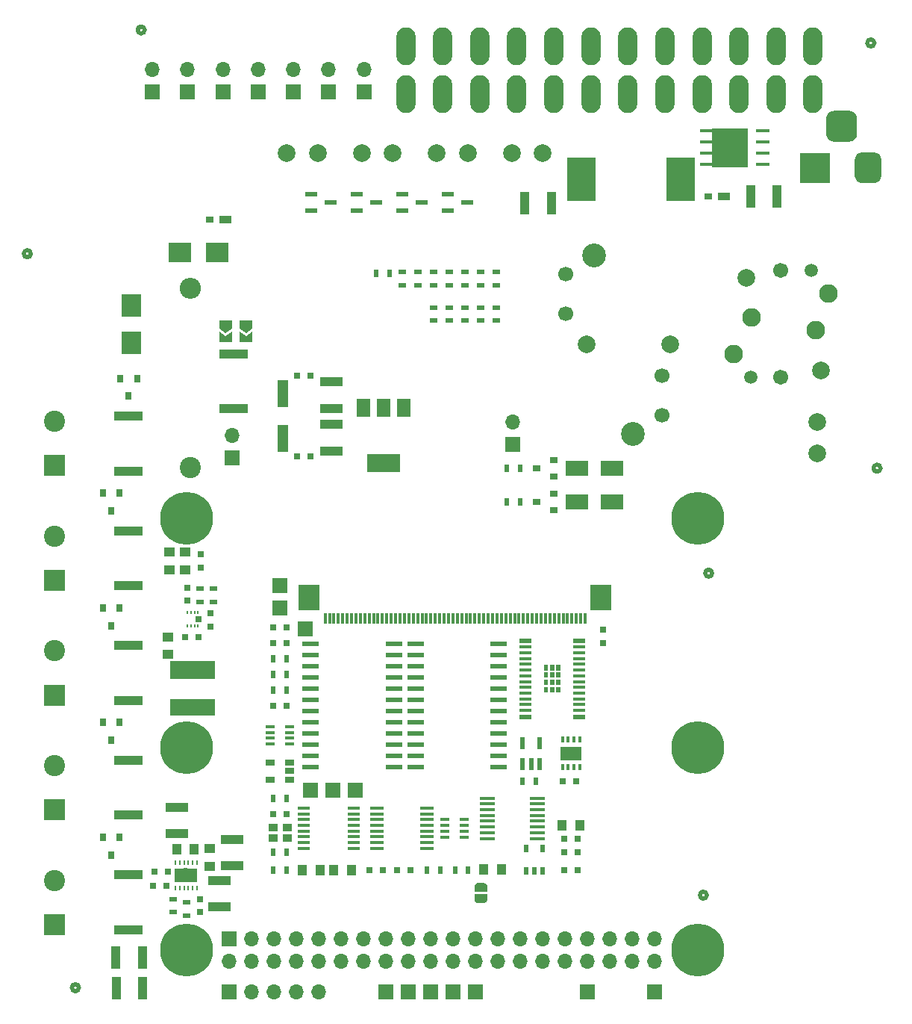
<source format=gts>
G04 #@! TF.GenerationSoftware,KiCad,Pcbnew,(5.1.6-0-10_14)*
G04 #@! TF.CreationDate,2021-12-04T22:46:38+09:00*
G04 #@! TF.ProjectId,qPCR-main,71504352-2d6d-4616-996e-2e6b69636164,rev?*
G04 #@! TF.SameCoordinates,Original*
G04 #@! TF.FileFunction,Soldermask,Top*
G04 #@! TF.FilePolarity,Negative*
%FSLAX46Y46*%
G04 Gerber Fmt 4.6, Leading zero omitted, Abs format (unit mm)*
G04 Created by KiCad (PCBNEW (5.1.6-0-10_14)) date 2021-12-04 22:46:38*
%MOMM*%
%LPD*%
G01*
G04 APERTURE LIST*
%ADD10C,0.475000*%
%ADD11C,0.100000*%
%ADD12C,2.108200*%
%ADD13C,1.498600*%
%ADD14C,1.701800*%
%ADD15C,2.006600*%
%ADD16R,1.397000X0.889000*%
%ADD17R,0.863600X0.762000*%
%ADD18R,1.320800X0.558800*%
%ADD19R,1.676400X0.355600*%
%ADD20R,0.800000X0.750000*%
%ADD21R,1.350000X0.600000*%
%ADD22R,1.350000X0.400000*%
%ADD23R,3.200000X1.000000*%
%ADD24R,0.800000X0.900000*%
%ADD25R,0.750000X0.800000*%
%ADD26R,2.500000X1.000000*%
%ADD27R,1.000000X1.250000*%
%ADD28R,1.250000X1.000000*%
%ADD29R,2.500000X2.300000*%
%ADD30R,2.300000X2.500000*%
%ADD31R,0.711200X0.678200*%
%ADD32R,0.200000X0.457200*%
%ADD33R,0.249999X0.499999*%
%ADD34R,2.500000X1.500000*%
%ADD35C,0.600000*%
%ADD36R,1.000000X2.500000*%
%ADD37R,1.700000X1.700000*%
%ADD38O,1.700000X1.700000*%
%ADD39R,0.900000X0.500000*%
%ADD40C,2.400000*%
%ADD41O,2.400000X2.400000*%
%ADD42R,0.500000X0.900000*%
%ADD43R,2.400000X2.400000*%
%ADD44R,5.100000X2.100000*%
%ADD45R,5.100000X1.900000*%
%ADD46R,1.570000X0.410000*%
%ADD47R,1.473200X0.355600*%
%ADD48R,1.000000X0.900000*%
%ADD49C,2.000000*%
%ADD50R,3.500000X3.500000*%
%ADD51R,1.060000X0.650000*%
%ADD52R,1.060000X0.400000*%
%ADD53R,1.500000X2.000000*%
%ADD54R,3.800000X2.000000*%
%ADD55R,2.400000X3.000000*%
%ADD56R,0.300000X1.250000*%
%ADD57R,0.508000X0.825500*%
%ADD58R,1.219200X3.098800*%
%ADD59R,0.558800X1.473200*%
%ADD60R,2.500000X1.800000*%
%ADD61C,1.700000*%
%ADD62C,2.700000*%
%ADD63R,0.900000X0.800000*%
%ADD64R,2.400000X1.500000*%
%ADD65R,0.350000X0.650000*%
%ADD66R,1.879600X0.558800*%
%ADD67O,2.201600X4.301600*%
%ADD68R,1.516000X0.457200*%
%ADD69R,3.250000X5.000000*%
%ADD70C,6.000000*%
G04 APERTURE END LIST*
D10*
X159540000Y-137010000D02*
G75*
G03*
X159540000Y-137010000I-400000J0D01*
G01*
X160140000Y-100510000D02*
G75*
G03*
X160140000Y-100510000I-400000J0D01*
G01*
X179240000Y-88610000D02*
G75*
G03*
X179240000Y-88610000I-400000J0D01*
G01*
X178540000Y-40410000D02*
G75*
G03*
X178540000Y-40410000I-400000J0D01*
G01*
X82850000Y-64300000D02*
G75*
G03*
X82850000Y-64300000I-400000J0D01*
G01*
X88300000Y-147500000D02*
G75*
G03*
X88300000Y-147500000I-400000J0D01*
G01*
X95760000Y-38930000D02*
G75*
G03*
X95760000Y-38930000I-400000J0D01*
G01*
D11*
G36*
X142233532Y-111750000D02*
G01*
X142233532Y-112350000D01*
X141733532Y-112350000D01*
X141733532Y-111750000D01*
X142233532Y-111750000D01*
G37*
G36*
X141533532Y-111750000D02*
G01*
X141533532Y-112350000D01*
X141033532Y-112350000D01*
X141033532Y-111750000D01*
X141533532Y-111750000D01*
G37*
G36*
X142933532Y-111750000D02*
G01*
X142933532Y-112350000D01*
X142433532Y-112350000D01*
X142433532Y-111750000D01*
X142933532Y-111750000D01*
G37*
G36*
X141533532Y-110930000D02*
G01*
X141533532Y-111530000D01*
X141033532Y-111530000D01*
X141033532Y-110930000D01*
X141533532Y-110930000D01*
G37*
G36*
X142933532Y-110930000D02*
G01*
X142933532Y-111530000D01*
X142433532Y-111530000D01*
X142433532Y-110930000D01*
X142933532Y-110930000D01*
G37*
G36*
X142233532Y-110930000D02*
G01*
X142233532Y-111530000D01*
X141733532Y-111530000D01*
X141733532Y-110930000D01*
X142233532Y-110930000D01*
G37*
G36*
X142233532Y-112570000D02*
G01*
X142233532Y-113170000D01*
X141733532Y-113170000D01*
X141733532Y-112570000D01*
X142233532Y-112570000D01*
G37*
G36*
X141533532Y-112570000D02*
G01*
X141533532Y-113170000D01*
X141033532Y-113170000D01*
X141033532Y-112570000D01*
X141533532Y-112570000D01*
G37*
G36*
X142933532Y-112570000D02*
G01*
X142933532Y-113170000D01*
X142433532Y-113170000D01*
X142433532Y-112570000D01*
X142933532Y-112570000D01*
G37*
G36*
X141533532Y-113390000D02*
G01*
X141533532Y-113990000D01*
X141033532Y-113990000D01*
X141033532Y-113390000D01*
X141533532Y-113390000D01*
G37*
G36*
X142933532Y-113390000D02*
G01*
X142933532Y-113990000D01*
X142433532Y-113990000D01*
X142433532Y-113390000D01*
X142933532Y-113390000D01*
G37*
G36*
X142233532Y-113390000D02*
G01*
X142233532Y-113990000D01*
X141733532Y-113990000D01*
X141733532Y-113390000D01*
X142233532Y-113390000D01*
G37*
G36*
X160114600Y-54429000D02*
G01*
X164102400Y-54429000D01*
X164102400Y-50111000D01*
X160114600Y-50111000D01*
X160114600Y-54429000D01*
G37*
X160114600Y-54429000D02*
X164102400Y-54429000D01*
X164102400Y-50111000D01*
X160114600Y-50111000D01*
X160114600Y-54429000D01*
D12*
X173290000Y-68850000D03*
D13*
X171340000Y-66200000D03*
D14*
X167940000Y-66200000D03*
D15*
X163990000Y-67000000D03*
D12*
X164590000Y-71500000D03*
X162590000Y-75650000D03*
D13*
X164540000Y-78300000D03*
D14*
X167940000Y-78300000D03*
D15*
X172490000Y-77500000D03*
D12*
X171890000Y-73000000D03*
D16*
X104879300Y-60420000D03*
D17*
X103114000Y-60420000D03*
D18*
X116852200Y-58500000D03*
X114667800Y-59439800D03*
X114667800Y-57560200D03*
X122017200Y-58500000D03*
X119832800Y-59439800D03*
X119832800Y-57560200D03*
X130162800Y-57560200D03*
X130162800Y-59439800D03*
X132347200Y-58500000D03*
X124997800Y-57560200D03*
X124997800Y-59439800D03*
X127182200Y-58500000D03*
D19*
X140299400Y-126025001D03*
X140299400Y-126675002D03*
X140299400Y-127325001D03*
X140299400Y-127975002D03*
X140299400Y-128625001D03*
X140299400Y-129274999D03*
X140299400Y-129925001D03*
X140299400Y-130574999D03*
X134660600Y-130574999D03*
X134660600Y-129924998D03*
X134660600Y-129274999D03*
X134660600Y-128624998D03*
X134660600Y-127974999D03*
X134660600Y-127325001D03*
X134660600Y-126674999D03*
X134660600Y-126025001D03*
D20*
X111870000Y-108410000D03*
X110370000Y-108410000D03*
D21*
X145033532Y-108145000D03*
X138933532Y-108145000D03*
D22*
X145033532Y-108895000D03*
X138933532Y-108895000D03*
X145033532Y-109545000D03*
X138933532Y-109545000D03*
X145033532Y-110195000D03*
X138933532Y-110195000D03*
X145033532Y-110845000D03*
X138933532Y-110845000D03*
X145033532Y-111495000D03*
X138933532Y-111495000D03*
X145033532Y-112145000D03*
X138933532Y-112145000D03*
X145033532Y-112795000D03*
X138933532Y-112795000D03*
X145033532Y-113445000D03*
X138933532Y-113445000D03*
X145033532Y-114095000D03*
X138933532Y-114095000D03*
X145033532Y-114745000D03*
X138933532Y-114745000D03*
X145033532Y-115395000D03*
X138933532Y-115395000D03*
X145033532Y-116045000D03*
X138933532Y-116045000D03*
D21*
X145033532Y-116795000D03*
X138933532Y-116795000D03*
D23*
X93936000Y-82720000D03*
X93936000Y-88920000D03*
D24*
X92926000Y-91450000D03*
X91026000Y-91450000D03*
X91976000Y-93450000D03*
D25*
X102010000Y-137450000D03*
X102010000Y-138950000D03*
D20*
X96890000Y-134310000D03*
X98390000Y-134310000D03*
D26*
X104240000Y-135350000D03*
X104240000Y-138350000D03*
D27*
X101380000Y-131830000D03*
X99380000Y-131830000D03*
D20*
X98220000Y-135930000D03*
X96720000Y-135930000D03*
D26*
X105710000Y-130660000D03*
X105710000Y-133660000D03*
D28*
X103140000Y-131720000D03*
X103140000Y-133720000D03*
D29*
X104020000Y-64130000D03*
X99720000Y-64130000D03*
D30*
X94270000Y-70140000D03*
X94270000Y-74440000D03*
D31*
X101858000Y-105700000D03*
D32*
X100610001Y-104925000D03*
X101010000Y-104925000D03*
X101410000Y-104925000D03*
X101809999Y-104925000D03*
X101809999Y-106475000D03*
X101410000Y-106475000D03*
X101010000Y-106475000D03*
X100610001Y-106475000D03*
D33*
X99220000Y-136220000D03*
X99719999Y-136220000D03*
X100220000Y-136220000D03*
X100720000Y-136220000D03*
X101220001Y-136220000D03*
X101720000Y-136220000D03*
X101720000Y-133320000D03*
X101220001Y-133320000D03*
X100720000Y-133320000D03*
X100220000Y-133320000D03*
X99719999Y-133320000D03*
X99220000Y-133320000D03*
D34*
X100470000Y-134770000D03*
D35*
X99469999Y-134770000D03*
X100470000Y-134170000D03*
X101470001Y-134770000D03*
X100470000Y-135269999D03*
D20*
X100360000Y-107770000D03*
X101860000Y-107770000D03*
D28*
X98390000Y-109720000D03*
X98390000Y-107720000D03*
D36*
X95510000Y-144040000D03*
X92510000Y-144040000D03*
D25*
X103260000Y-106540000D03*
X103260000Y-105040000D03*
D37*
X105370000Y-148000000D03*
D38*
X107910000Y-148000000D03*
X110450000Y-148000000D03*
X112990000Y-148000000D03*
X115530000Y-148000000D03*
D24*
X91976000Y-106450000D03*
X91026000Y-104450000D03*
X92926000Y-104450000D03*
X93936000Y-80450000D03*
X92986000Y-78450000D03*
X94886000Y-78450000D03*
X91976000Y-132450000D03*
X91026000Y-130450000D03*
X92926000Y-130450000D03*
X92926000Y-117450000D03*
X91026000Y-117450000D03*
X91976000Y-119450000D03*
D26*
X99400000Y-127040000D03*
X99400000Y-130040000D03*
D23*
X93936000Y-101920000D03*
X93936000Y-95720000D03*
D39*
X102020000Y-103780000D03*
X102020000Y-102280000D03*
X103570000Y-102270000D03*
X103570000Y-103770000D03*
X98980000Y-137450000D03*
X98980000Y-138950000D03*
D23*
X93936000Y-134720000D03*
X93936000Y-140920000D03*
X93936000Y-127920000D03*
X93936000Y-121720000D03*
X93936000Y-108720000D03*
X93936000Y-114920000D03*
D39*
X100540000Y-139350000D03*
X100540000Y-137850000D03*
D40*
X100950000Y-88510000D03*
D41*
X100950000Y-68190000D03*
D23*
X105820000Y-81860000D03*
X105820000Y-75660000D03*
D11*
G36*
X104960000Y-73325000D02*
G01*
X104210000Y-72825000D01*
X104210000Y-71825000D01*
X105710000Y-71825000D01*
X105710000Y-72825000D01*
X104960000Y-73325000D01*
G37*
G36*
X104210000Y-74275000D02*
G01*
X104210000Y-73125000D01*
X104960000Y-73625000D01*
X105710000Y-73125000D01*
X105710000Y-74275000D01*
X104210000Y-74275000D01*
G37*
G36*
X106500000Y-74275000D02*
G01*
X106500000Y-73125000D01*
X107250000Y-73625000D01*
X108000000Y-73125000D01*
X108000000Y-74275000D01*
X106500000Y-74275000D01*
G37*
G36*
X107250000Y-73325000D02*
G01*
X106500000Y-72825000D01*
X106500000Y-71825000D01*
X108000000Y-71825000D01*
X108000000Y-72825000D01*
X107250000Y-73325000D01*
G37*
D37*
X114556000Y-125110000D03*
X105700000Y-87440000D03*
D38*
X105700000Y-84900000D03*
D42*
X110370000Y-134198000D03*
X111870000Y-134198000D03*
D27*
X119232000Y-134198000D03*
X117232000Y-134198000D03*
D38*
X96625490Y-43410000D03*
D37*
X96625490Y-45950000D03*
X112625490Y-45950000D03*
D38*
X112625490Y-43410000D03*
D37*
X108625490Y-45950000D03*
D38*
X108625490Y-43410000D03*
X104625490Y-43410000D03*
D37*
X104625490Y-45950000D03*
D38*
X100625490Y-43410000D03*
D37*
X100625490Y-45950000D03*
D43*
X85546000Y-88320000D03*
D40*
X85546000Y-83320000D03*
X85546000Y-96320000D03*
D43*
X85546000Y-101320000D03*
X85546000Y-114320000D03*
D40*
X85546000Y-109320000D03*
D43*
X85546000Y-127320000D03*
D40*
X85546000Y-122320000D03*
X85546000Y-135320000D03*
D43*
X85546000Y-140320000D03*
D44*
X101210000Y-111520000D03*
D45*
X101210000Y-115720000D03*
D27*
X115676000Y-134198000D03*
X113676000Y-134198000D03*
D25*
X102108000Y-99850000D03*
X102108000Y-98350000D03*
D28*
X100330000Y-98100000D03*
X100330000Y-100100000D03*
D25*
X100570000Y-102130000D03*
X100570000Y-103630000D03*
D36*
X92530000Y-147530000D03*
X95530000Y-147530000D03*
D28*
X98552000Y-98100000D03*
X98552000Y-100100000D03*
D46*
X127810000Y-127155000D03*
X127810000Y-127805000D03*
X127810000Y-128455000D03*
X127810000Y-129105000D03*
X127810000Y-129755000D03*
X127810000Y-130405000D03*
X127810000Y-131055000D03*
X127810000Y-131705000D03*
X122070000Y-131705000D03*
X122070000Y-131055000D03*
X122070000Y-130405000D03*
X122070000Y-129755000D03*
X122070000Y-129105000D03*
X122070000Y-128455000D03*
X122070000Y-127805000D03*
X122070000Y-127155000D03*
D47*
X119479400Y-127155001D03*
X119479400Y-127805002D03*
X119479400Y-128455001D03*
X119479400Y-129105002D03*
X119479400Y-129755001D03*
X119479400Y-130404999D03*
X119479400Y-131055001D03*
X119479400Y-131704999D03*
X113840600Y-131704999D03*
X113840600Y-131054998D03*
X113840600Y-130404999D03*
X113840600Y-129754998D03*
X113840600Y-129104999D03*
X113840600Y-128455001D03*
X113840600Y-127804999D03*
X113840600Y-127155001D03*
D42*
X110370000Y-132166000D03*
X111870000Y-132166000D03*
D20*
X110370000Y-127848000D03*
X111870000Y-127848000D03*
D48*
X110307500Y-130552500D03*
X111932500Y-130552500D03*
X111932500Y-129327500D03*
X110307500Y-129327500D03*
D49*
X120400000Y-52930000D03*
X123900000Y-52930000D03*
X140900000Y-52930000D03*
X137400000Y-52930000D03*
X128900000Y-52930000D03*
X132400000Y-52930000D03*
G36*
G01*
X176579000Y-48976200D02*
X176579000Y-50726200D01*
G75*
G02*
X175704000Y-51601200I-875000J0D01*
G01*
X173954000Y-51601200D01*
G75*
G02*
X173079000Y-50726200I0J875000D01*
G01*
X173079000Y-48976200D01*
G75*
G02*
X173954000Y-48101200I875000J0D01*
G01*
X175704000Y-48101200D01*
G75*
G02*
X176579000Y-48976200I0J-875000D01*
G01*
G37*
G36*
G01*
X179329000Y-53551200D02*
X179329000Y-55551200D01*
G75*
G02*
X178579000Y-56301200I-750000J0D01*
G01*
X177079000Y-56301200D01*
G75*
G02*
X176329000Y-55551200I0J750000D01*
G01*
X176329000Y-53551200D01*
G75*
G02*
X177079000Y-52801200I750000J0D01*
G01*
X178579000Y-52801200D01*
G75*
G02*
X179329000Y-53551200I0J-750000D01*
G01*
G37*
D50*
X171829000Y-54551200D03*
D37*
X123150000Y-148000000D03*
X125690000Y-148000000D03*
X128230000Y-148000000D03*
X130770000Y-148000000D03*
X133310000Y-148000000D03*
X146010000Y-148000000D03*
X153630000Y-148000000D03*
D11*
G36*
X133160602Y-136120000D02*
G01*
X133160602Y-136095466D01*
X133165412Y-136046635D01*
X133174984Y-135998510D01*
X133189228Y-135951555D01*
X133208005Y-135906222D01*
X133231136Y-135862949D01*
X133258396Y-135822150D01*
X133289524Y-135784221D01*
X133324221Y-135749524D01*
X133362150Y-135718396D01*
X133402949Y-135691136D01*
X133446222Y-135668005D01*
X133491555Y-135649228D01*
X133538510Y-135634984D01*
X133586635Y-135625412D01*
X133635466Y-135620602D01*
X133660000Y-135620602D01*
X133660000Y-135620000D01*
X134160000Y-135620000D01*
X134160000Y-135620602D01*
X134184534Y-135620602D01*
X134233365Y-135625412D01*
X134281490Y-135634984D01*
X134328445Y-135649228D01*
X134373778Y-135668005D01*
X134417051Y-135691136D01*
X134457850Y-135718396D01*
X134495779Y-135749524D01*
X134530476Y-135784221D01*
X134561604Y-135822150D01*
X134588864Y-135862949D01*
X134611995Y-135906222D01*
X134630772Y-135951555D01*
X134645016Y-135998510D01*
X134654588Y-136046635D01*
X134659398Y-136095466D01*
X134659398Y-136120000D01*
X134660000Y-136120000D01*
X134660000Y-136620000D01*
X133160000Y-136620000D01*
X133160000Y-136120000D01*
X133160602Y-136120000D01*
G37*
G36*
X134660000Y-136920000D02*
G01*
X134660000Y-137420000D01*
X134659398Y-137420000D01*
X134659398Y-137444534D01*
X134654588Y-137493365D01*
X134645016Y-137541490D01*
X134630772Y-137588445D01*
X134611995Y-137633778D01*
X134588864Y-137677051D01*
X134561604Y-137717850D01*
X134530476Y-137755779D01*
X134495779Y-137790476D01*
X134457850Y-137821604D01*
X134417051Y-137848864D01*
X134373778Y-137871995D01*
X134328445Y-137890772D01*
X134281490Y-137905016D01*
X134233365Y-137914588D01*
X134184534Y-137919398D01*
X134160000Y-137919398D01*
X134160000Y-137920000D01*
X133660000Y-137920000D01*
X133660000Y-137919398D01*
X133635466Y-137919398D01*
X133586635Y-137914588D01*
X133538510Y-137905016D01*
X133491555Y-137890772D01*
X133446222Y-137871995D01*
X133402949Y-137848864D01*
X133362150Y-137821604D01*
X133324221Y-137790476D01*
X133289524Y-137755779D01*
X133258396Y-137717850D01*
X133231136Y-137677051D01*
X133208005Y-137633778D01*
X133189228Y-137588445D01*
X133174984Y-137541490D01*
X133165412Y-137493365D01*
X133160602Y-137444534D01*
X133160602Y-137420000D01*
X133160000Y-137420000D01*
X133160000Y-136920000D01*
X134660000Y-136920000D01*
G37*
D37*
X120625490Y-45950000D03*
D38*
X120625490Y-43410000D03*
D37*
X116625490Y-45950000D03*
D38*
X116625490Y-43410000D03*
D51*
X110020000Y-123890000D03*
X110020000Y-121990000D03*
X112220000Y-121990000D03*
X112220000Y-122940000D03*
X112220000Y-123890000D03*
D52*
X110020000Y-117910000D03*
X110020000Y-118560000D03*
X110020000Y-119220000D03*
X110020000Y-119870000D03*
X112220000Y-119870000D03*
X112220000Y-119220000D03*
X112220000Y-118560000D03*
X112220000Y-117910000D03*
X129780000Y-130410000D03*
X129780000Y-129760000D03*
X129780000Y-129100000D03*
X129780000Y-128450000D03*
X131980000Y-128450000D03*
X131980000Y-129100000D03*
X131980000Y-129760000D03*
X131980000Y-130410000D03*
D53*
X125140000Y-81750000D03*
X120540000Y-81750000D03*
X122840000Y-81750000D03*
D54*
X122840000Y-88050000D03*
D55*
X114430000Y-103285000D03*
X147530000Y-103285000D03*
D56*
X116230000Y-105610000D03*
X116730000Y-105610000D03*
X117230000Y-105610000D03*
X117730000Y-105610000D03*
X118230000Y-105610000D03*
X118730000Y-105610000D03*
X119230000Y-105610000D03*
X119730000Y-105610000D03*
X120230000Y-105610000D03*
X120730000Y-105610000D03*
X121230000Y-105610000D03*
X121730000Y-105610000D03*
X122230000Y-105610000D03*
X122730000Y-105610000D03*
X123230000Y-105610000D03*
X123730000Y-105610000D03*
X124230000Y-105610000D03*
X124730000Y-105610000D03*
X125230000Y-105610000D03*
X125730000Y-105610000D03*
X126230000Y-105610000D03*
X126730000Y-105610000D03*
X127230000Y-105610000D03*
X127730000Y-105610000D03*
X128230000Y-105610000D03*
X128730000Y-105610000D03*
X129230000Y-105610000D03*
X129730000Y-105610000D03*
X130230000Y-105610000D03*
X130730000Y-105610000D03*
X131230000Y-105610000D03*
X131730000Y-105610000D03*
X132230000Y-105610000D03*
X132730000Y-105610000D03*
X133230000Y-105610000D03*
X133730000Y-105610000D03*
X134230000Y-105610000D03*
X134730000Y-105610000D03*
X135230000Y-105610000D03*
X135730000Y-105610000D03*
X136230000Y-105610000D03*
X136730000Y-105610000D03*
X137230000Y-105610000D03*
X137730000Y-105610000D03*
X138230000Y-105610000D03*
X138730000Y-105610000D03*
X139230000Y-105610000D03*
X139730000Y-105610000D03*
X140230000Y-105610000D03*
X140730000Y-105610000D03*
X141230000Y-105610000D03*
X141730000Y-105610000D03*
X142230000Y-105610000D03*
X142730000Y-105610000D03*
X143230000Y-105610000D03*
X143730000Y-105610000D03*
X144230000Y-105610000D03*
X144730000Y-105610000D03*
X145230000Y-105610000D03*
X145730000Y-105610000D03*
D37*
X111120000Y-101904000D03*
X111120000Y-104444000D03*
X113970000Y-106850000D03*
D57*
X139037500Y-131706350D03*
X140942500Y-131706350D03*
X140929800Y-134233650D03*
X139990000Y-134233650D03*
X139050200Y-134233650D03*
D58*
X111400000Y-85252700D03*
X111400000Y-80147300D03*
D20*
X125900000Y-134170000D03*
X124400000Y-134170000D03*
X122780000Y-134210000D03*
X121280000Y-134210000D03*
X110370000Y-106632000D03*
X111870000Y-106632000D03*
X111870000Y-115522000D03*
X110370000Y-115522000D03*
X143180000Y-124140000D03*
X144680000Y-124140000D03*
D25*
X147780000Y-106950000D03*
X147780000Y-108450000D03*
D27*
X143140000Y-129090000D03*
X145140000Y-129090000D03*
D26*
X116920000Y-81830000D03*
X116920000Y-78830000D03*
D20*
X143390000Y-130614000D03*
X144890000Y-130614000D03*
X114560000Y-78140000D03*
X113060000Y-78140000D03*
X143390000Y-132138000D03*
X144890000Y-132138000D03*
D26*
X116930000Y-86660000D03*
X116930000Y-83660000D03*
D20*
X113070000Y-87290000D03*
X114570000Y-87290000D03*
X143390000Y-134170000D03*
X144890000Y-134170000D03*
D39*
X128516000Y-71880000D03*
X128516000Y-70380000D03*
X130294000Y-70380000D03*
X130294000Y-71880000D03*
X128516000Y-67850000D03*
X128516000Y-66350000D03*
X130294000Y-66350000D03*
X130294000Y-67850000D03*
X126738000Y-66350000D03*
X126738000Y-67850000D03*
X133850000Y-70380000D03*
X133850000Y-71880000D03*
X132072000Y-70380000D03*
X132072000Y-71880000D03*
X133850000Y-66350000D03*
X133850000Y-67850000D03*
X132072000Y-66350000D03*
X132072000Y-67850000D03*
D42*
X110370000Y-126070000D03*
X111870000Y-126070000D03*
X111870000Y-111966000D03*
X110370000Y-111966000D03*
X110370000Y-110188000D03*
X111870000Y-110188000D03*
X111870000Y-113744000D03*
X110370000Y-113744000D03*
X140140000Y-124140000D03*
X138640000Y-124140000D03*
X127800000Y-134170000D03*
X129300000Y-134170000D03*
X130960000Y-134170000D03*
X132460000Y-134170000D03*
D39*
X124960000Y-66350000D03*
X124960000Y-67850000D03*
D42*
X122020000Y-66550000D03*
X123520000Y-66550000D03*
D59*
X138649999Y-119746200D03*
X140550001Y-119746200D03*
X140550001Y-122133800D03*
X139600000Y-122133800D03*
X138649999Y-122133800D03*
D37*
X117096000Y-125110000D03*
X119636000Y-125110000D03*
D60*
X148810000Y-88646000D03*
X144810000Y-88646000D03*
X144810000Y-92456000D03*
X148810000Y-92456000D03*
D49*
X172050000Y-86890000D03*
X172050000Y-83390000D03*
X155360000Y-74610000D03*
D61*
X154410000Y-78110000D03*
X154410000Y-82610000D03*
D62*
X151160000Y-84710000D03*
D49*
X145860000Y-74610000D03*
D61*
X143510000Y-71110000D03*
X143510000Y-66610000D03*
D62*
X146760000Y-64510000D03*
D63*
X142210000Y-89596000D03*
X142210000Y-87696000D03*
X140210000Y-88646000D03*
X140210000Y-92456000D03*
X142210000Y-91506000D03*
X142210000Y-93406000D03*
D42*
X136850000Y-88646000D03*
X138350000Y-88646000D03*
X136850000Y-92456000D03*
X138350000Y-92456000D03*
D64*
X144140000Y-120940000D03*
D65*
X145115000Y-122490000D03*
X144465000Y-122490000D03*
X143814999Y-122490000D03*
X143165001Y-122490000D03*
X143165001Y-119390000D03*
X143814999Y-119390000D03*
X144465000Y-119390000D03*
X145115000Y-119390000D03*
D66*
X126472900Y-108555000D03*
X126472900Y-109825000D03*
X126472900Y-111095000D03*
X126472900Y-112365000D03*
X126472900Y-113635000D03*
X126472900Y-114905000D03*
X126472900Y-116175000D03*
X126472900Y-117445000D03*
X126472900Y-118715000D03*
X126472900Y-119985000D03*
X126472900Y-121255000D03*
X126472900Y-122525000D03*
X135947100Y-122525000D03*
X135947100Y-121255000D03*
X135947100Y-119985000D03*
X135947100Y-118715000D03*
X135947100Y-117445000D03*
X135947100Y-116175000D03*
X135947100Y-114905000D03*
X135947100Y-113635000D03*
X135947100Y-112365000D03*
X135947100Y-111095000D03*
X135947100Y-109825000D03*
X135947100Y-108555000D03*
X114554900Y-108555000D03*
X114554900Y-109825000D03*
X114554900Y-111095000D03*
X114554900Y-112365000D03*
X114554900Y-113635000D03*
X114554900Y-114905000D03*
X114554900Y-116175000D03*
X114554900Y-117445000D03*
X114554900Y-118715000D03*
X114554900Y-119985000D03*
X114554900Y-121255000D03*
X114554900Y-122525000D03*
X124029100Y-122525000D03*
X124029100Y-121255000D03*
X124029100Y-119985000D03*
X124029100Y-118715000D03*
X124029100Y-117445000D03*
X124029100Y-116175000D03*
X124029100Y-114905000D03*
X124029100Y-113635000D03*
X124029100Y-112365000D03*
X124029100Y-111095000D03*
X124029100Y-109825000D03*
X124029100Y-108555000D03*
D27*
X136240000Y-134050000D03*
X134240000Y-134050000D03*
D67*
X171580000Y-40746400D03*
X167380000Y-40746400D03*
X171580000Y-46246400D03*
X163180000Y-40746400D03*
X158980000Y-40746400D03*
X154780000Y-40746400D03*
X150580000Y-40746400D03*
X146380000Y-40746400D03*
X142180000Y-40746400D03*
X137980000Y-40746400D03*
X133780000Y-40746400D03*
X129580000Y-40746400D03*
X125380000Y-40746400D03*
X167380000Y-46246400D03*
X163180000Y-46246400D03*
X158980000Y-46246400D03*
X154780000Y-46246400D03*
X150580000Y-46246400D03*
X146380000Y-46246400D03*
X142180000Y-46246400D03*
X137980000Y-46246400D03*
X133780000Y-46246400D03*
X129580000Y-46246400D03*
X125380000Y-46246400D03*
D17*
X159674000Y-57840000D03*
D16*
X161439300Y-57840000D03*
D68*
X159509000Y-54175000D03*
X159509000Y-52905000D03*
X159509000Y-51635000D03*
X159509000Y-50365000D03*
X165851000Y-50365000D03*
X165851000Y-51635000D03*
X165851000Y-52905000D03*
X165851000Y-54175000D03*
D36*
X164490000Y-57840000D03*
X167490000Y-57840000D03*
X141910000Y-58530000D03*
X138910000Y-58530000D03*
D39*
X135628000Y-70380000D03*
X135628000Y-71880000D03*
X135628000Y-67850000D03*
X135628000Y-66350000D03*
D69*
X156595000Y-55830000D03*
X145345000Y-55830000D03*
D49*
X115400000Y-52930000D03*
X111900000Y-52930000D03*
D38*
X137500000Y-83360000D03*
D37*
X137500000Y-85900000D03*
D70*
X158500000Y-143270000D03*
X100500000Y-94270000D03*
X158500000Y-94270000D03*
X100500000Y-143270000D03*
D38*
X153630000Y-144540000D03*
X153630000Y-142000000D03*
X135850000Y-144540000D03*
X135850000Y-142000000D03*
X130770000Y-144540000D03*
X130770000Y-142000000D03*
X140930000Y-144540000D03*
X140930000Y-142000000D03*
X112990000Y-144540000D03*
X112990000Y-142000000D03*
X143470000Y-144540000D03*
X143470000Y-142000000D03*
X125690000Y-144540000D03*
X125690000Y-142000000D03*
X148550000Y-144540000D03*
X148550000Y-142000000D03*
X146010000Y-144540000D03*
X146010000Y-142000000D03*
X151090000Y-144540000D03*
X151090000Y-142000000D03*
X128230000Y-144540000D03*
X128230000Y-142000000D03*
X115530000Y-144540000D03*
X115530000Y-142000000D03*
X120610000Y-144540000D03*
X120610000Y-142000000D03*
X138390000Y-144540000D03*
X138390000Y-142000000D03*
X118070000Y-144540000D03*
X118070000Y-142000000D03*
X133310000Y-144540000D03*
X133310000Y-142000000D03*
D37*
X105370000Y-142000000D03*
D38*
X105370000Y-144540000D03*
X110450000Y-142000000D03*
X107910000Y-144540000D03*
X123150000Y-144540000D03*
X123150000Y-142000000D03*
X107910000Y-142000000D03*
X110450000Y-144540000D03*
D70*
X100500000Y-120270000D03*
X158500000Y-120270000D03*
M02*

</source>
